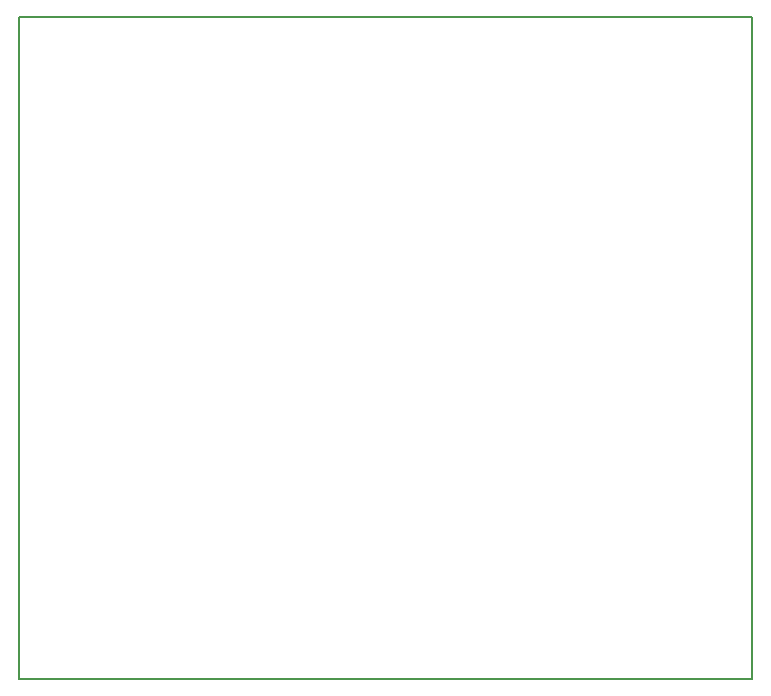
<source format=gm1>
G04 #@! TF.GenerationSoftware,KiCad,Pcbnew,(5.0.0)*
G04 #@! TF.CreationDate,2018-11-19T10:00:08+01:00*
G04 #@! TF.ProjectId,GrafikDisplay_K0108_V2,47726166696B446973706C61795F4B30,rev?*
G04 #@! TF.SameCoordinates,Original*
G04 #@! TF.FileFunction,Profile,NP*
%FSLAX46Y46*%
G04 Gerber Fmt 4.6, Leading zero omitted, Abs format (unit mm)*
G04 Created by KiCad (PCBNEW (5.0.0)) date 11/19/18 10:00:08*
%MOMM*%
%LPD*%
G01*
G04 APERTURE LIST*
%ADD10C,0.150000*%
G04 APERTURE END LIST*
D10*
X100001100Y-100003600D02*
X162001100Y-100003600D01*
X162001100Y-100003600D02*
X162001100Y-44003600D01*
X162001100Y-44003600D02*
X100001100Y-44003600D01*
X100001100Y-44003600D02*
X100001100Y-100003600D01*
M02*

</source>
